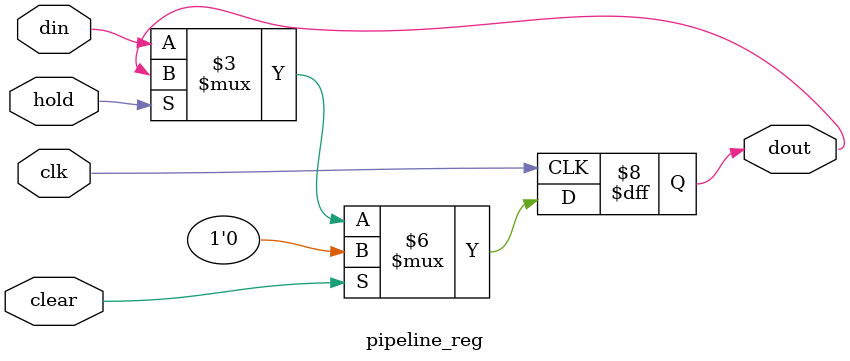
<source format=v>

`include "defines.v"

module pipeline_reg #(parameter N = 1)
    (
    input              clk,
    input              clear,
    input              hold,
    input      [N-1:0] din,
    output reg [N-1:0] dout
);

always @(posedge clk) begin
    if (clear)
        dout <= {N{1'b0}};
    else if (hold)
        dout <= dout;
    else
        dout <= din;
end


endmodule
</source>
